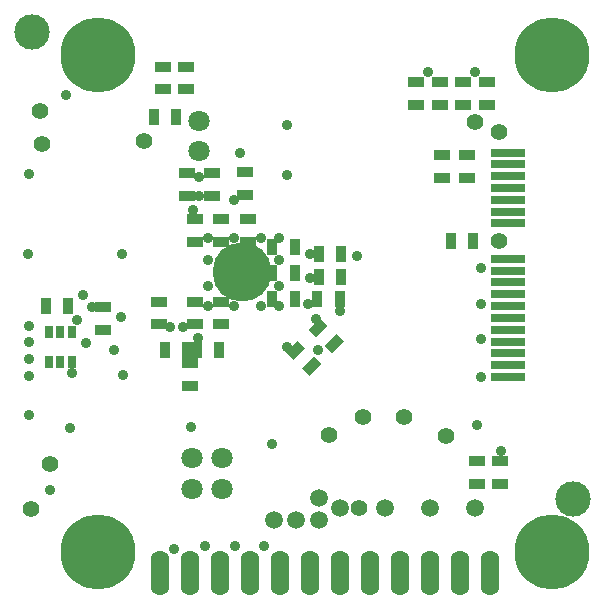
<source format=gbs>
%FSLAX46Y46*%
G04 Gerber Fmt 4.6, Leading zero omitted, Abs format (unit mm)*
G04 Created by KiCad (PCBNEW (2014-08-05 BZR 5054)-product) date Sun 07 Dec 2014 10:24:09 PM PST*
%MOMM*%
G01*
G04 APERTURE LIST*
%ADD10C,0.100000*%
%ADD11R,3.000000X0.700000*%
%ADD12R,0.889000X1.397000*%
%ADD13R,1.397000X0.889000*%
%ADD14C,1.501140*%
%ADD15R,0.701040X1.000760*%
%ADD16C,6.350000*%
%ADD17C,1.800000*%
%ADD18O,1.600000X3.800000*%
%ADD19C,3.000000*%
%ADD20C,5.000000*%
%ADD21C,1.397000*%
%ADD22C,0.889000*%
G04 APERTURE END LIST*
D10*
D11*
X42300000Y-31200000D03*
X42300000Y-30200000D03*
X42300000Y-29200000D03*
X42300000Y-28200000D03*
X42300000Y-27200000D03*
X42300000Y-26200000D03*
X42300000Y-25200000D03*
X42300000Y-24200000D03*
X42300000Y-23200000D03*
X42300000Y-22200000D03*
X42300000Y-21200000D03*
X42300000Y-18200000D03*
X42300000Y-17200000D03*
X42300000Y-16200000D03*
X42300000Y-15200000D03*
X42300000Y-14200000D03*
X42300000Y-13200000D03*
X42300000Y-12200000D03*
D12*
X26147500Y-24600000D03*
X28052500Y-24600000D03*
D13*
X20300000Y-17847500D03*
X20300000Y-19752500D03*
X15800000Y-17847500D03*
X15800000Y-19752500D03*
X15800000Y-26752500D03*
X15800000Y-24847500D03*
D12*
X24252500Y-24600000D03*
X22347500Y-24600000D03*
D13*
X20000000Y-15752500D03*
X20000000Y-13847500D03*
X15100000Y-15852500D03*
X15100000Y-13947500D03*
X18000000Y-26752500D03*
X18000000Y-24847500D03*
D12*
X24252500Y-22400000D03*
X22347500Y-22400000D03*
X24252500Y-20200000D03*
X22347500Y-20200000D03*
D13*
X18000000Y-17847500D03*
X18000000Y-19752500D03*
D12*
X26247500Y-22750000D03*
X28152500Y-22750000D03*
X26247500Y-20800000D03*
X28152500Y-20800000D03*
D13*
X17200000Y-15852500D03*
X17200000Y-13947500D03*
D10*
G36*
X25418258Y-27206086D02*
X26406086Y-26218258D01*
X27034704Y-26846876D01*
X26046876Y-27834704D01*
X25418258Y-27206086D01*
X25418258Y-27206086D01*
G37*
G36*
X26765296Y-28553124D02*
X27753124Y-27565296D01*
X28381742Y-28193914D01*
X27393914Y-29181742D01*
X26765296Y-28553124D01*
X26765296Y-28553124D01*
G37*
G36*
X23518258Y-29106086D02*
X24506086Y-28118258D01*
X25134704Y-28746876D01*
X24146876Y-29734704D01*
X23518258Y-29106086D01*
X23518258Y-29106086D01*
G37*
G36*
X24865296Y-30453124D02*
X25853124Y-29465296D01*
X26481742Y-30093914D01*
X25493914Y-31081742D01*
X24865296Y-30453124D01*
X24865296Y-30453124D01*
G37*
D13*
X15400000Y-30047500D03*
X15400000Y-31952500D03*
D12*
X13247500Y-28900000D03*
X15152500Y-28900000D03*
X3147500Y-25200000D03*
X5052500Y-25200000D03*
D14*
X28100000Y-42300000D03*
X35700000Y-42300000D03*
X31900000Y-42300000D03*
X39500000Y-42300000D03*
D15*
X5352500Y-27430000D03*
X4400000Y-27430000D03*
X3447500Y-27430000D03*
X3447500Y-29970000D03*
X4400000Y-29970000D03*
X5352500Y-29970000D03*
D16*
X7600000Y-46000000D03*
X7600000Y-3900000D03*
X46000000Y-3900000D03*
X46000000Y-46000000D03*
D13*
X12700000Y-26752500D03*
X12700000Y-24847500D03*
D12*
X17852500Y-28900000D03*
X15947500Y-28900000D03*
D13*
X15000000Y-6852500D03*
X15000000Y-4947500D03*
X13100000Y-6852500D03*
X13100000Y-4947500D03*
X38500000Y-8152500D03*
X38500000Y-6247500D03*
X34500000Y-8152500D03*
X34500000Y-6247500D03*
X39700000Y-40252500D03*
X39700000Y-38347500D03*
X40500000Y-8152500D03*
X40500000Y-6247500D03*
X36500000Y-8152500D03*
X36500000Y-6247500D03*
X41600000Y-40252500D03*
X41600000Y-38347500D03*
D12*
X12297500Y-9150000D03*
X14202500Y-9150000D03*
D13*
X38800000Y-12447500D03*
X38800000Y-14352500D03*
X36700000Y-12447500D03*
X36700000Y-14352500D03*
D12*
X39352500Y-19700000D03*
X37447500Y-19700000D03*
D13*
X8000000Y-27202500D03*
X8000000Y-25297500D03*
D17*
X18050000Y-40650000D03*
X15510000Y-40650000D03*
X15550000Y-38100000D03*
X18090000Y-38100000D03*
X16150000Y-12100000D03*
X16150000Y-9560000D03*
D18*
X25500000Y-47800000D03*
X22960000Y-47800000D03*
X20420000Y-47800000D03*
X17880000Y-47800000D03*
X15340000Y-47800000D03*
X12800000Y-47800000D03*
D14*
X22450000Y-43300000D03*
X24350000Y-43300000D03*
X26250000Y-43300000D03*
D18*
X40740000Y-47800000D03*
X38200000Y-47800000D03*
X35660000Y-47800000D03*
X33120000Y-47800000D03*
X30580000Y-47800000D03*
X28040000Y-47800000D03*
D19*
X2000000Y-2000000D03*
X47800000Y-41500000D03*
D14*
X26250000Y-41450000D03*
D20*
X19800000Y-22300000D03*
D21*
X30000000Y-34600000D03*
D22*
X25350000Y-25050000D03*
X25500000Y-22850000D03*
D21*
X33500000Y-34600000D03*
D22*
X25500000Y-20750000D03*
D21*
X37000000Y-36200000D03*
D22*
X19100000Y-16200000D03*
X23550000Y-14100000D03*
X4900000Y-7300000D03*
D21*
X39500000Y-9600000D03*
X27100000Y-36100000D03*
D22*
X16100000Y-15852500D03*
X15600000Y-17100000D03*
X14800000Y-27000000D03*
X5800000Y-26400000D03*
X16150000Y-14300000D03*
X1700000Y-28200000D03*
X6300000Y-24250000D03*
X1700000Y-34450000D03*
X35500000Y-5400000D03*
X41700000Y-37500000D03*
X39500000Y-5400000D03*
X1700000Y-14000000D03*
X1675000Y-20825000D03*
X1700000Y-31100000D03*
X39700000Y-35300000D03*
X22300000Y-36900000D03*
X40000000Y-22000000D03*
X40000000Y-25000000D03*
X40000000Y-28000000D03*
X40000000Y-31200000D03*
X29500000Y-21000000D03*
X16900000Y-19400000D03*
X19100000Y-19400000D03*
X21400000Y-19400000D03*
X22900000Y-19400000D03*
X16900000Y-25200000D03*
X19100000Y-25200000D03*
X21400000Y-25200000D03*
X22900000Y-25200000D03*
X22900000Y-23500000D03*
X22900000Y-21300000D03*
X16900000Y-21300000D03*
X16900000Y-23500000D03*
X26200000Y-28900000D03*
X19600000Y-12200000D03*
X28050000Y-25650000D03*
X23550000Y-9900000D03*
X9600000Y-20800000D03*
X9700000Y-31000000D03*
X9500000Y-26100000D03*
X14000000Y-45800000D03*
D21*
X41500000Y-10500000D03*
X29700000Y-42300000D03*
D22*
X26000000Y-26300000D03*
X23600000Y-28700000D03*
D21*
X3500000Y-38600000D03*
D22*
X16600000Y-45500000D03*
X19150000Y-45500000D03*
X21650000Y-45500000D03*
X7100000Y-25300000D03*
X8900000Y-28900000D03*
X15450000Y-35450000D03*
X5200000Y-35500000D03*
X13700000Y-27000000D03*
D21*
X1900000Y-42400000D03*
X2650000Y-8700000D03*
X41550000Y-19700000D03*
D22*
X16050000Y-27900000D03*
D21*
X2800000Y-11500000D03*
X11500000Y-11200000D03*
D22*
X1700000Y-26900000D03*
X6600000Y-28300000D03*
X1700000Y-29700000D03*
X5400000Y-30900000D03*
X3500000Y-40750000D03*
M02*

</source>
